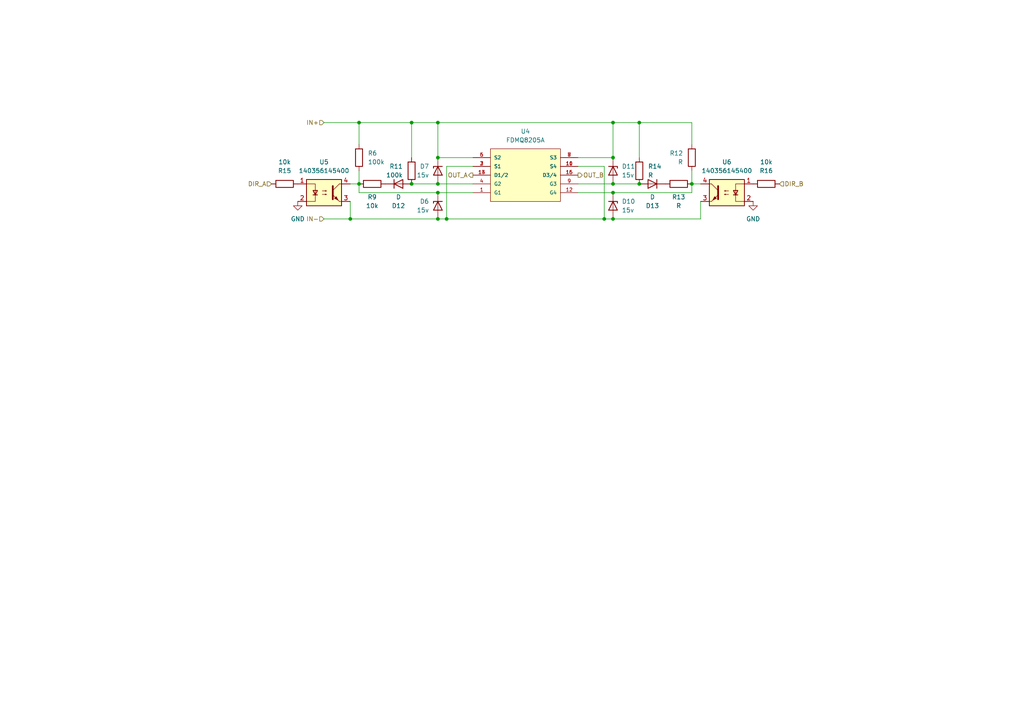
<source format=kicad_sch>
(kicad_sch
	(version 20250114)
	(generator "eeschema")
	(generator_version "9.0")
	(uuid "79cad0a5-6d32-4a0d-9c04-4af67664559f")
	(paper "A4")
	(title_block
		(title "Replacable LED COB Lamp")
		(date "2025-03-24")
		(rev "0")
		(company "WPI ECE2799 D25")
		(comment 1 "Raymond, Daniel")
		(comment 2 "Hogan, Rye")
		(comment 3 "Bryan, Tahje")
	)
	(lib_symbols
		(symbol "Device:D"
			(pin_numbers
				(hide yes)
			)
			(pin_names
				(offset 1.016)
				(hide yes)
			)
			(exclude_from_sim no)
			(in_bom yes)
			(on_board yes)
			(property "Reference" "D"
				(at 0 2.54 0)
				(effects
					(font
						(size 1.27 1.27)
					)
				)
			)
			(property "Value" "D"
				(at 0 -2.54 0)
				(effects
					(font
						(size 1.27 1.27)
					)
				)
			)
			(property "Footprint" ""
				(at 0 0 0)
				(effects
					(font
						(size 1.27 1.27)
					)
					(hide yes)
				)
			)
			(property "Datasheet" "~"
				(at 0 0 0)
				(effects
					(font
						(size 1.27 1.27)
					)
					(hide yes)
				)
			)
			(property "Description" "Diode"
				(at 0 0 0)
				(effects
					(font
						(size 1.27 1.27)
					)
					(hide yes)
				)
			)
			(property "Sim.Device" "D"
				(at 0 0 0)
				(effects
					(font
						(size 1.27 1.27)
					)
					(hide yes)
				)
			)
			(property "Sim.Pins" "1=K 2=A"
				(at 0 0 0)
				(effects
					(font
						(size 1.27 1.27)
					)
					(hide yes)
				)
			)
			(property "ki_keywords" "diode"
				(at 0 0 0)
				(effects
					(font
						(size 1.27 1.27)
					)
					(hide yes)
				)
			)
			(property "ki_fp_filters" "TO-???* *_Diode_* *SingleDiode* D_*"
				(at 0 0 0)
				(effects
					(font
						(size 1.27 1.27)
					)
					(hide yes)
				)
			)
			(symbol "D_0_1"
				(polyline
					(pts
						(xy -1.27 1.27) (xy -1.27 -1.27)
					)
					(stroke
						(width 0.254)
						(type default)
					)
					(fill
						(type none)
					)
				)
				(polyline
					(pts
						(xy 1.27 1.27) (xy 1.27 -1.27) (xy -1.27 0) (xy 1.27 1.27)
					)
					(stroke
						(width 0.254)
						(type default)
					)
					(fill
						(type none)
					)
				)
				(polyline
					(pts
						(xy 1.27 0) (xy -1.27 0)
					)
					(stroke
						(width 0)
						(type default)
					)
					(fill
						(type none)
					)
				)
			)
			(symbol "D_1_1"
				(pin passive line
					(at -3.81 0 0)
					(length 2.54)
					(name "K"
						(effects
							(font
								(size 1.27 1.27)
							)
						)
					)
					(number "1"
						(effects
							(font
								(size 1.27 1.27)
							)
						)
					)
				)
				(pin passive line
					(at 3.81 0 180)
					(length 2.54)
					(name "A"
						(effects
							(font
								(size 1.27 1.27)
							)
						)
					)
					(number "2"
						(effects
							(font
								(size 1.27 1.27)
							)
						)
					)
				)
			)
			(embedded_fonts no)
		)
		(symbol "Device:D_Zener"
			(pin_numbers
				(hide yes)
			)
			(pin_names
				(offset 1.016)
				(hide yes)
			)
			(exclude_from_sim no)
			(in_bom yes)
			(on_board yes)
			(property "Reference" "D"
				(at 0 2.54 0)
				(effects
					(font
						(size 1.27 1.27)
					)
				)
			)
			(property "Value" "D_Zener"
				(at 0 -2.54 0)
				(effects
					(font
						(size 1.27 1.27)
					)
				)
			)
			(property "Footprint" ""
				(at 0 0 0)
				(effects
					(font
						(size 1.27 1.27)
					)
					(hide yes)
				)
			)
			(property "Datasheet" "~"
				(at 0 0 0)
				(effects
					(font
						(size 1.27 1.27)
					)
					(hide yes)
				)
			)
			(property "Description" "Zener diode"
				(at 0 0 0)
				(effects
					(font
						(size 1.27 1.27)
					)
					(hide yes)
				)
			)
			(property "ki_keywords" "diode"
				(at 0 0 0)
				(effects
					(font
						(size 1.27 1.27)
					)
					(hide yes)
				)
			)
			(property "ki_fp_filters" "TO-???* *_Diode_* *SingleDiode* D_*"
				(at 0 0 0)
				(effects
					(font
						(size 1.27 1.27)
					)
					(hide yes)
				)
			)
			(symbol "D_Zener_0_1"
				(polyline
					(pts
						(xy -1.27 -1.27) (xy -1.27 1.27) (xy -0.762 1.27)
					)
					(stroke
						(width 0.254)
						(type default)
					)
					(fill
						(type none)
					)
				)
				(polyline
					(pts
						(xy 1.27 0) (xy -1.27 0)
					)
					(stroke
						(width 0)
						(type default)
					)
					(fill
						(type none)
					)
				)
				(polyline
					(pts
						(xy 1.27 -1.27) (xy 1.27 1.27) (xy -1.27 0) (xy 1.27 -1.27)
					)
					(stroke
						(width 0.254)
						(type default)
					)
					(fill
						(type none)
					)
				)
			)
			(symbol "D_Zener_1_1"
				(pin passive line
					(at -3.81 0 0)
					(length 2.54)
					(name "K"
						(effects
							(font
								(size 1.27 1.27)
							)
						)
					)
					(number "1"
						(effects
							(font
								(size 1.27 1.27)
							)
						)
					)
				)
				(pin passive line
					(at 3.81 0 180)
					(length 2.54)
					(name "A"
						(effects
							(font
								(size 1.27 1.27)
							)
						)
					)
					(number "2"
						(effects
							(font
								(size 1.27 1.27)
							)
						)
					)
				)
			)
			(embedded_fonts no)
		)
		(symbol "Device:R"
			(pin_numbers
				(hide yes)
			)
			(pin_names
				(offset 0)
			)
			(exclude_from_sim no)
			(in_bom yes)
			(on_board yes)
			(property "Reference" "R"
				(at 2.032 0 90)
				(effects
					(font
						(size 1.27 1.27)
					)
				)
			)
			(property "Value" "R"
				(at 0 0 90)
				(effects
					(font
						(size 1.27 1.27)
					)
				)
			)
			(property "Footprint" ""
				(at -1.778 0 90)
				(effects
					(font
						(size 1.27 1.27)
					)
					(hide yes)
				)
			)
			(property "Datasheet" "~"
				(at 0 0 0)
				(effects
					(font
						(size 1.27 1.27)
					)
					(hide yes)
				)
			)
			(property "Description" "Resistor"
				(at 0 0 0)
				(effects
					(font
						(size 1.27 1.27)
					)
					(hide yes)
				)
			)
			(property "ki_keywords" "R res resistor"
				(at 0 0 0)
				(effects
					(font
						(size 1.27 1.27)
					)
					(hide yes)
				)
			)
			(property "ki_fp_filters" "R_*"
				(at 0 0 0)
				(effects
					(font
						(size 1.27 1.27)
					)
					(hide yes)
				)
			)
			(symbol "R_0_1"
				(rectangle
					(start -1.016 -2.54)
					(end 1.016 2.54)
					(stroke
						(width 0.254)
						(type default)
					)
					(fill
						(type none)
					)
				)
			)
			(symbol "R_1_1"
				(pin passive line
					(at 0 3.81 270)
					(length 1.27)
					(name "~"
						(effects
							(font
								(size 1.27 1.27)
							)
						)
					)
					(number "1"
						(effects
							(font
								(size 1.27 1.27)
							)
						)
					)
				)
				(pin passive line
					(at 0 -3.81 90)
					(length 1.27)
					(name "~"
						(effects
							(font
								(size 1.27 1.27)
							)
						)
					)
					(number "2"
						(effects
							(font
								(size 1.27 1.27)
							)
						)
					)
				)
			)
			(embedded_fonts no)
		)
		(symbol "FDMQ8205A:FDMQ8205A"
			(pin_names
				(offset 1.016)
			)
			(exclude_from_sim no)
			(in_bom yes)
			(on_board yes)
			(property "Reference" "U"
				(at -10.16 8.382 0)
				(effects
					(font
						(size 1.27 1.27)
					)
					(justify left bottom)
				)
			)
			(property "Value" "FDMQ8205A"
				(at -10.16 -10.16 0)
				(effects
					(font
						(size 1.27 1.27)
					)
					(justify left bottom)
				)
			)
			(property "Footprint" "FDMQ8205A:IC_FDMQ8205A"
				(at 0 0 0)
				(effects
					(font
						(size 1.27 1.27)
					)
					(justify bottom)
					(hide yes)
				)
			)
			(property "Datasheet" ""
				(at 0 0 0)
				(effects
					(font
						(size 1.27 1.27)
					)
					(hide yes)
				)
			)
			(property "Description" ""
				(at 0 0 0)
				(effects
					(font
						(size 1.27 1.27)
					)
					(hide yes)
				)
			)
			(property "MF" "ON Semiconductor"
				(at 0 0 0)
				(effects
					(font
						(size 1.27 1.27)
					)
					(justify bottom)
					(hide yes)
				)
			)
			(property "MAXIMUM_PACKAGE_HEIGHT" "0.8mm"
				(at 0 0 0)
				(effects
					(font
						(size 1.27 1.27)
					)
					(justify bottom)
					(hide yes)
				)
			)
			(property "Package" "WDFN-12 Fairchild Semiconductor"
				(at 0 0 0)
				(effects
					(font
						(size 1.27 1.27)
					)
					(justify bottom)
					(hide yes)
				)
			)
			(property "Price" "None"
				(at 0 0 0)
				(effects
					(font
						(size 1.27 1.27)
					)
					(justify bottom)
					(hide yes)
				)
			)
			(property "Check_prices" "https://www.snapeda.com/parts/FDMQ8205A/Onsemi/view-part/?ref=eda"
				(at 0 0 0)
				(effects
					(font
						(size 1.27 1.27)
					)
					(justify bottom)
					(hide yes)
				)
			)
			(property "STANDARD" "Manufacturer Recommendations"
				(at 0 0 0)
				(effects
					(font
						(size 1.27 1.27)
					)
					(justify bottom)
					(hide yes)
				)
			)
			(property "PARTREV" "1.0"
				(at 0 0 0)
				(effects
					(font
						(size 1.27 1.27)
					)
					(justify bottom)
					(hide yes)
				)
			)
			(property "SnapEDA_Link" "https://www.snapeda.com/parts/FDMQ8205A/Onsemi/view-part/?ref=snap"
				(at 0 0 0)
				(effects
					(font
						(size 1.27 1.27)
					)
					(justify bottom)
					(hide yes)
				)
			)
			(property "MP" "FDMQ8205A"
				(at 0 0 0)
				(effects
					(font
						(size 1.27 1.27)
					)
					(justify bottom)
					(hide yes)
				)
			)
			(property "Description_1" "OR Controller Bridge Rectifier N and P-Channel Bridge (2) 12-MLP (5x4.5)"
				(at 0 0 0)
				(effects
					(font
						(size 1.27 1.27)
					)
					(justify bottom)
					(hide yes)
				)
			)
			(property "Availability" "In Stock"
				(at 0 0 0)
				(effects
					(font
						(size 1.27 1.27)
					)
					(justify bottom)
					(hide yes)
				)
			)
			(property "MANUFACTURER" "On Semiconductor"
				(at 0 0 0)
				(effects
					(font
						(size 1.27 1.27)
					)
					(justify bottom)
					(hide yes)
				)
			)
			(symbol "FDMQ8205A_0_0"
				(rectangle
					(start -10.16 -7.62)
					(end 10.16 7.62)
					(stroke
						(width 0.1524)
						(type default)
					)
					(fill
						(type background)
					)
				)
				(pin passive line
					(at -15.24 -2.54 0)
					(length 5.08)
					(name "G2"
						(effects
							(font
								(size 1.016 1.016)
							)
						)
					)
					(number "4"
						(effects
							(font
								(size 1.016 1.016)
							)
						)
					)
				)
				(pin passive line
					(at -15.24 -5.08 0)
					(length 5.08)
					(name "G1"
						(effects
							(font
								(size 1.016 1.016)
							)
						)
					)
					(number "1"
						(effects
							(font
								(size 1.016 1.016)
							)
						)
					)
				)
				(pin passive line
					(at 15.24 -2.54 180)
					(length 5.08)
					(name "G3"
						(effects
							(font
								(size 1.016 1.016)
							)
						)
					)
					(number "9"
						(effects
							(font
								(size 1.016 1.016)
							)
						)
					)
				)
				(pin passive line
					(at 15.24 -5.08 180)
					(length 5.08)
					(name "G4"
						(effects
							(font
								(size 1.016 1.016)
							)
						)
					)
					(number "12"
						(effects
							(font
								(size 1.016 1.016)
							)
						)
					)
				)
			)
			(symbol "FDMQ8205A_1_0"
				(pin output line
					(at -15.24 5.08 0)
					(length 5.08)
					(name "S2"
						(effects
							(font
								(size 1.016 1.016)
							)
						)
					)
					(number "5"
						(effects
							(font
								(size 1.016 1.016)
							)
						)
					)
				)
				(pin output line
					(at -15.24 5.08 0)
					(length 5.08)
					(name "S2"
						(effects
							(font
								(size 1.016 1.016)
							)
						)
					)
					(number "6"
						(effects
							(font
								(size 1.016 1.016)
							)
						)
					)
				)
				(pin output line
					(at -15.24 2.54 0)
					(length 5.08)
					(name "S1"
						(effects
							(font
								(size 1.016 1.016)
							)
						)
					)
					(number "2"
						(effects
							(font
								(size 1.016 1.016)
							)
						)
					)
				)
				(pin output line
					(at -15.24 2.54 0)
					(length 5.08)
					(name "S1"
						(effects
							(font
								(size 1.016 1.016)
							)
						)
					)
					(number "3"
						(effects
							(font
								(size 1.016 1.016)
							)
						)
					)
				)
				(pin input line
					(at -15.24 0 0)
					(length 5.08)
					(name "D1/2"
						(effects
							(font
								(size 1.016 1.016)
							)
						)
					)
					(number "13"
						(effects
							(font
								(size 1.016 1.016)
							)
						)
					)
				)
				(pin input line
					(at -15.24 0 0)
					(length 5.08)
					(name "D1/2"
						(effects
							(font
								(size 1.016 1.016)
							)
						)
					)
					(number "14"
						(effects
							(font
								(size 1.016 1.016)
							)
						)
					)
				)
				(pin output line
					(at 15.24 5.08 180)
					(length 5.08)
					(name "S3"
						(effects
							(font
								(size 1.016 1.016)
							)
						)
					)
					(number "7"
						(effects
							(font
								(size 1.016 1.016)
							)
						)
					)
				)
				(pin output line
					(at 15.24 5.08 180)
					(length 5.08)
					(name "S3"
						(effects
							(font
								(size 1.016 1.016)
							)
						)
					)
					(number "8"
						(effects
							(font
								(size 1.016 1.016)
							)
						)
					)
				)
				(pin output line
					(at 15.24 2.54 180)
					(length 5.08)
					(name "S4"
						(effects
							(font
								(size 1.016 1.016)
							)
						)
					)
					(number "10"
						(effects
							(font
								(size 1.016 1.016)
							)
						)
					)
				)
				(pin output line
					(at 15.24 2.54 180)
					(length 5.08)
					(name "S4"
						(effects
							(font
								(size 1.016 1.016)
							)
						)
					)
					(number "11"
						(effects
							(font
								(size 1.016 1.016)
							)
						)
					)
				)
				(pin input line
					(at 15.24 0 180)
					(length 5.08)
					(name "D3/4"
						(effects
							(font
								(size 1.016 1.016)
							)
						)
					)
					(number "15"
						(effects
							(font
								(size 1.016 1.016)
							)
						)
					)
				)
				(pin input line
					(at 15.24 0 180)
					(length 5.08)
					(name "D3/4"
						(effects
							(font
								(size 1.016 1.016)
							)
						)
					)
					(number "16"
						(effects
							(font
								(size 1.016 1.016)
							)
						)
					)
				)
			)
			(embedded_fonts no)
		)
		(symbol "Isolator:FODM217A"
			(exclude_from_sim no)
			(in_bom yes)
			(on_board yes)
			(property "Reference" "U"
				(at -5.08 5.08 0)
				(effects
					(font
						(size 1.27 1.27)
					)
					(justify left)
				)
			)
			(property "Value" "FODM217A"
				(at 0 5.08 0)
				(effects
					(font
						(size 1.27 1.27)
					)
					(justify left)
				)
			)
			(property "Footprint" "Package_SO:SOP-4_4.4x2.6mm_P1.27mm"
				(at 0 -5.08 0)
				(effects
					(font
						(size 1.27 1.27)
						(italic yes)
					)
					(hide yes)
				)
			)
			(property "Datasheet" "https://www.onsemi.com/pub/Collateral/FODM214-D.PDF"
				(at 0 0 0)
				(effects
					(font
						(size 1.27 1.27)
					)
					(justify left)
					(hide yes)
				)
			)
			(property "Description" "DC Optocoupler, Vce 80V, CTR 80-160%, SOP-4"
				(at 0 0 0)
				(effects
					(font
						(size 1.27 1.27)
					)
					(hide yes)
				)
			)
			(property "ki_keywords" "DC Phototransistor Optocoupler"
				(at 0 0 0)
				(effects
					(font
						(size 1.27 1.27)
					)
					(hide yes)
				)
			)
			(property "ki_fp_filters" "SOP*4.4x2.6mm*P1.27mm*"
				(at 0 0 0)
				(effects
					(font
						(size 1.27 1.27)
					)
					(hide yes)
				)
			)
			(symbol "FODM217A_0_1"
				(rectangle
					(start -5.08 3.81)
					(end 5.08 -3.81)
					(stroke
						(width 0.254)
						(type default)
					)
					(fill
						(type background)
					)
				)
				(polyline
					(pts
						(xy -5.08 2.54) (xy -2.54 2.54) (xy -2.54 -0.635)
					)
					(stroke
						(width 0)
						(type default)
					)
					(fill
						(type none)
					)
				)
				(polyline
					(pts
						(xy -3.175 -0.635) (xy -1.905 -0.635)
					)
					(stroke
						(width 0.254)
						(type default)
					)
					(fill
						(type none)
					)
				)
				(polyline
					(pts
						(xy -2.54 -0.635) (xy -2.54 -2.54) (xy -5.08 -2.54)
					)
					(stroke
						(width 0)
						(type default)
					)
					(fill
						(type none)
					)
				)
				(polyline
					(pts
						(xy -2.54 -0.635) (xy -3.175 0.635) (xy -1.905 0.635) (xy -2.54 -0.635)
					)
					(stroke
						(width 0.254)
						(type default)
					)
					(fill
						(type none)
					)
				)
				(polyline
					(pts
						(xy -0.508 0.508) (xy 0.762 0.508) (xy 0.381 0.381) (xy 0.381 0.635) (xy 0.762 0.508)
					)
					(stroke
						(width 0)
						(type default)
					)
					(fill
						(type none)
					)
				)
				(polyline
					(pts
						(xy -0.508 -0.508) (xy 0.762 -0.508) (xy 0.381 -0.635) (xy 0.381 -0.381) (xy 0.762 -0.508)
					)
					(stroke
						(width 0)
						(type default)
					)
					(fill
						(type none)
					)
				)
				(polyline
					(pts
						(xy 2.54 1.905) (xy 2.54 -1.905) (xy 2.54 -1.905)
					)
					(stroke
						(width 0.508)
						(type default)
					)
					(fill
						(type none)
					)
				)
				(polyline
					(pts
						(xy 2.54 0.635) (xy 4.445 2.54)
					)
					(stroke
						(width 0)
						(type default)
					)
					(fill
						(type none)
					)
				)
				(polyline
					(pts
						(xy 3.048 -1.651) (xy 3.556 -1.143) (xy 4.064 -2.159) (xy 3.048 -1.651) (xy 3.048 -1.651)
					)
					(stroke
						(width 0)
						(type default)
					)
					(fill
						(type outline)
					)
				)
				(polyline
					(pts
						(xy 4.445 2.54) (xy 5.08 2.54)
					)
					(stroke
						(width 0)
						(type default)
					)
					(fill
						(type none)
					)
				)
				(polyline
					(pts
						(xy 4.445 -2.54) (xy 2.54 -0.635)
					)
					(stroke
						(width 0)
						(type default)
					)
					(fill
						(type outline)
					)
				)
				(polyline
					(pts
						(xy 4.445 -2.54) (xy 5.08 -2.54)
					)
					(stroke
						(width 0)
						(type default)
					)
					(fill
						(type none)
					)
				)
			)
			(symbol "FODM217A_1_1"
				(pin passive line
					(at -7.62 2.54 0)
					(length 2.54)
					(name "~"
						(effects
							(font
								(size 1.27 1.27)
							)
						)
					)
					(number "1"
						(effects
							(font
								(size 1.27 1.27)
							)
						)
					)
				)
				(pin passive line
					(at -7.62 -2.54 0)
					(length 2.54)
					(name "~"
						(effects
							(font
								(size 1.27 1.27)
							)
						)
					)
					(number "2"
						(effects
							(font
								(size 1.27 1.27)
							)
						)
					)
				)
				(pin passive line
					(at 7.62 2.54 180)
					(length 2.54)
					(name "~"
						(effects
							(font
								(size 1.27 1.27)
							)
						)
					)
					(number "4"
						(effects
							(font
								(size 1.27 1.27)
							)
						)
					)
				)
				(pin passive line
					(at 7.62 -2.54 180)
					(length 2.54)
					(name "~"
						(effects
							(font
								(size 1.27 1.27)
							)
						)
					)
					(number "3"
						(effects
							(font
								(size 1.27 1.27)
							)
						)
					)
				)
			)
			(embedded_fonts no)
		)
		(symbol "power:GND"
			(power)
			(pin_numbers
				(hide yes)
			)
			(pin_names
				(offset 0)
				(hide yes)
			)
			(exclude_from_sim no)
			(in_bom yes)
			(on_board yes)
			(property "Reference" "#PWR"
				(at 0 -6.35 0)
				(effects
					(font
						(size 1.27 1.27)
					)
					(hide yes)
				)
			)
			(property "Value" "GND"
				(at 0 -3.81 0)
				(effects
					(font
						(size 1.27 1.27)
					)
				)
			)
			(property "Footprint" ""
				(at 0 0 0)
				(effects
					(font
						(size 1.27 1.27)
					)
					(hide yes)
				)
			)
			(property "Datasheet" ""
				(at 0 0 0)
				(effects
					(font
						(size 1.27 1.27)
					)
					(hide yes)
				)
			)
			(property "Description" "Power symbol creates a global label with name \"GND\" , ground"
				(at 0 0 0)
				(effects
					(font
						(size 1.27 1.27)
					)
					(hide yes)
				)
			)
			(property "ki_keywords" "global power"
				(at 0 0 0)
				(effects
					(font
						(size 1.27 1.27)
					)
					(hide yes)
				)
			)
			(symbol "GND_0_1"
				(polyline
					(pts
						(xy 0 0) (xy 0 -1.27) (xy 1.27 -1.27) (xy 0 -2.54) (xy -1.27 -1.27) (xy 0 -1.27)
					)
					(stroke
						(width 0)
						(type default)
					)
					(fill
						(type none)
					)
				)
			)
			(symbol "GND_1_1"
				(pin power_in line
					(at 0 0 270)
					(length 0)
					(name "~"
						(effects
							(font
								(size 1.27 1.27)
							)
						)
					)
					(number "1"
						(effects
							(font
								(size 1.27 1.27)
							)
						)
					)
				)
			)
			(embedded_fonts no)
		)
	)
	(junction
		(at 177.8 45.72)
		(diameter 0)
		(color 0 0 0 0)
		(uuid "156d0d25-a12e-4ea2-9701-b719399ce852")
	)
	(junction
		(at 177.8 55.88)
		(diameter 0)
		(color 0 0 0 0)
		(uuid "1bb67a0e-b749-4d82-bfef-7c78b08c3cf7")
	)
	(junction
		(at 185.42 35.56)
		(diameter 0)
		(color 0 0 0 0)
		(uuid "2541660a-2e70-45d0-9470-6f859ff56a04")
	)
	(junction
		(at 127 45.72)
		(diameter 0)
		(color 0 0 0 0)
		(uuid "365da6e4-ac56-4624-ba92-e005bc46af07")
	)
	(junction
		(at 185.42 53.34)
		(diameter 0)
		(color 0 0 0 0)
		(uuid "451af15a-f4a9-4eba-a37c-4d1d306dc073")
	)
	(junction
		(at 101.6 63.5)
		(diameter 0)
		(color 0 0 0 0)
		(uuid "522f5d43-d21d-4794-a963-8012691bf48f")
	)
	(junction
		(at 129.54 63.5)
		(diameter 0)
		(color 0 0 0 0)
		(uuid "5e235ca5-abf1-4e32-8c4f-c84e9528fde2")
	)
	(junction
		(at 127 55.88)
		(diameter 0)
		(color 0 0 0 0)
		(uuid "77264848-7ae2-42f8-ad83-8d451e00a831")
	)
	(junction
		(at 127 63.5)
		(diameter 0)
		(color 0 0 0 0)
		(uuid "89f697f9-cab6-4112-a891-219a89330c74")
	)
	(junction
		(at 177.8 35.56)
		(diameter 0)
		(color 0 0 0 0)
		(uuid "92687f4d-b63b-4846-ba0e-bfa8c23672fd")
	)
	(junction
		(at 177.8 63.5)
		(diameter 0)
		(color 0 0 0 0)
		(uuid "aa1f4d9b-4043-40d1-9ce5-1cb71c2445ed")
	)
	(junction
		(at 127 35.56)
		(diameter 0)
		(color 0 0 0 0)
		(uuid "af218982-2f61-4ed5-82f5-064da0f9b09d")
	)
	(junction
		(at 119.38 35.56)
		(diameter 0)
		(color 0 0 0 0)
		(uuid "b24d7f09-5d59-45e5-8169-4e568d80ea01")
	)
	(junction
		(at 175.26 63.5)
		(diameter 0)
		(color 0 0 0 0)
		(uuid "b673b532-6be5-4a47-bcde-92fa582a4dc1")
	)
	(junction
		(at 177.8 53.34)
		(diameter 0)
		(color 0 0 0 0)
		(uuid "c20d3a7b-6eac-456b-843f-ea19c5f618b8")
	)
	(junction
		(at 119.38 53.34)
		(diameter 0)
		(color 0 0 0 0)
		(uuid "d6f46444-9cf2-4156-bf6d-5188d8445029")
	)
	(junction
		(at 200.66 53.34)
		(diameter 0)
		(color 0 0 0 0)
		(uuid "dfc496b2-7dec-4589-a8ec-16c1f02ee904")
	)
	(junction
		(at 127 53.34)
		(diameter 0)
		(color 0 0 0 0)
		(uuid "e6ea4b6b-075e-4f6a-add6-486335864ce7")
	)
	(junction
		(at 104.14 35.56)
		(diameter 0)
		(color 0 0 0 0)
		(uuid "e7aa4e8a-f055-4a19-bb42-5b7e7f99d3f9")
	)
	(junction
		(at 104.14 53.34)
		(diameter 0)
		(color 0 0 0 0)
		(uuid "eaa063d1-96c6-46da-83e1-8186a771f3d3")
	)
	(wire
		(pts
			(xy 185.42 53.34) (xy 177.8 53.34)
		)
		(stroke
			(width 0)
			(type default)
		)
		(uuid "00aec35a-e7ab-4856-b878-2b9954a2d594")
	)
	(wire
		(pts
			(xy 119.38 35.56) (xy 119.38 45.72)
		)
		(stroke
			(width 0)
			(type default)
		)
		(uuid "03b18eff-edf3-4e5c-9ab1-8769712f2a76")
	)
	(wire
		(pts
			(xy 127 53.34) (xy 137.16 53.34)
		)
		(stroke
			(width 0)
			(type default)
		)
		(uuid "04cc10bd-6120-4ea4-904b-2315174f1540")
	)
	(wire
		(pts
			(xy 200.66 49.53) (xy 200.66 53.34)
		)
		(stroke
			(width 0)
			(type default)
		)
		(uuid "0641cf49-2e39-4f31-9392-0bc3bee35f22")
	)
	(wire
		(pts
			(xy 104.14 35.56) (xy 119.38 35.56)
		)
		(stroke
			(width 0)
			(type default)
		)
		(uuid "1423a488-19e1-4a59-b79d-e7d254694c45")
	)
	(wire
		(pts
			(xy 127 45.72) (xy 137.16 45.72)
		)
		(stroke
			(width 0)
			(type default)
		)
		(uuid "1938370a-5640-489a-aa56-677a709660a6")
	)
	(wire
		(pts
			(xy 167.64 55.88) (xy 177.8 55.88)
		)
		(stroke
			(width 0)
			(type default)
		)
		(uuid "25cbdbdf-ddee-4c67-af06-2b38bb1c8a59")
	)
	(wire
		(pts
			(xy 101.6 53.34) (xy 104.14 53.34)
		)
		(stroke
			(width 0)
			(type default)
		)
		(uuid "29060222-b4dc-427b-8393-bc4c4620896f")
	)
	(wire
		(pts
			(xy 129.54 63.5) (xy 127 63.5)
		)
		(stroke
			(width 0)
			(type default)
		)
		(uuid "2ec3edc7-e7f2-477f-863a-d5ea8490f4a1")
	)
	(wire
		(pts
			(xy 177.8 55.88) (xy 200.66 55.88)
		)
		(stroke
			(width 0)
			(type default)
		)
		(uuid "34082524-a43e-4b15-adae-d8155d4596d3")
	)
	(wire
		(pts
			(xy 177.8 35.56) (xy 177.8 45.72)
		)
		(stroke
			(width 0)
			(type default)
		)
		(uuid "3413421c-dfc3-4618-83c5-846275437139")
	)
	(wire
		(pts
			(xy 129.54 63.5) (xy 175.26 63.5)
		)
		(stroke
			(width 0)
			(type default)
		)
		(uuid "3a8f4c32-51ea-48e6-bb4c-1a562abc1252")
	)
	(wire
		(pts
			(xy 93.98 63.5) (xy 101.6 63.5)
		)
		(stroke
			(width 0)
			(type default)
		)
		(uuid "4ea4aaf1-a5b5-4787-8f25-ebdd27961dc4")
	)
	(wire
		(pts
			(xy 167.64 45.72) (xy 177.8 45.72)
		)
		(stroke
			(width 0)
			(type default)
		)
		(uuid "4ec0297d-8de6-4549-be77-c1e75cabaa88")
	)
	(wire
		(pts
			(xy 177.8 63.5) (xy 203.2 63.5)
		)
		(stroke
			(width 0)
			(type default)
		)
		(uuid "4f0fd2bf-3bb0-4735-a2ab-7943548bbc3d")
	)
	(wire
		(pts
			(xy 101.6 63.5) (xy 127 63.5)
		)
		(stroke
			(width 0)
			(type default)
		)
		(uuid "59dd42c1-7638-410c-b82c-c0620c6fb762")
	)
	(wire
		(pts
			(xy 101.6 58.42) (xy 101.6 63.5)
		)
		(stroke
			(width 0)
			(type default)
		)
		(uuid "5e181d05-1025-4c53-b8d3-e521e082ecea")
	)
	(wire
		(pts
			(xy 93.98 35.56) (xy 104.14 35.56)
		)
		(stroke
			(width 0)
			(type default)
		)
		(uuid "660d9b9c-adfd-474e-b2d0-59317f285553")
	)
	(wire
		(pts
			(xy 200.66 35.56) (xy 185.42 35.56)
		)
		(stroke
			(width 0)
			(type default)
		)
		(uuid "6f0a83e8-2ea6-49dd-aaca-6d62c7dc0f25")
	)
	(wire
		(pts
			(xy 119.38 35.56) (xy 127 35.56)
		)
		(stroke
			(width 0)
			(type default)
		)
		(uuid "78dbdc7b-ae3a-40a7-9dc3-690c6f1620b6")
	)
	(wire
		(pts
			(xy 127 35.56) (xy 127 45.72)
		)
		(stroke
			(width 0)
			(type default)
		)
		(uuid "7fd399c6-aac5-432c-8079-5d98e72fa220")
	)
	(wire
		(pts
			(xy 127 55.88) (xy 137.16 55.88)
		)
		(stroke
			(width 0)
			(type default)
		)
		(uuid "82a83283-1aa9-436a-a4d2-0fd1a117138c")
	)
	(wire
		(pts
			(xy 175.26 48.26) (xy 175.26 63.5)
		)
		(stroke
			(width 0)
			(type default)
		)
		(uuid "9315cdc3-d44d-4903-9ced-68a08bd52d36")
	)
	(wire
		(pts
			(xy 119.38 53.34) (xy 127 53.34)
		)
		(stroke
			(width 0)
			(type default)
		)
		(uuid "948b789f-54c2-4560-a497-68df5d4bff47")
	)
	(wire
		(pts
			(xy 104.14 49.53) (xy 104.14 53.34)
		)
		(stroke
			(width 0)
			(type default)
		)
		(uuid "99a2eab5-513a-4d9f-9a06-1d2b6885a54d")
	)
	(wire
		(pts
			(xy 203.2 63.5) (xy 203.2 58.42)
		)
		(stroke
			(width 0)
			(type default)
		)
		(uuid "a2d7d6d7-98a7-4353-901e-554e9a7f6af3")
	)
	(wire
		(pts
			(xy 104.14 35.56) (xy 104.14 41.91)
		)
		(stroke
			(width 0)
			(type default)
		)
		(uuid "ac7c1dff-ee44-4fc2-9d1a-6621b80d6790")
	)
	(wire
		(pts
			(xy 167.64 48.26) (xy 175.26 48.26)
		)
		(stroke
			(width 0)
			(type default)
		)
		(uuid "b26a96c8-9d72-4d23-8af6-0a353c11b43a")
	)
	(wire
		(pts
			(xy 127 35.56) (xy 177.8 35.56)
		)
		(stroke
			(width 0)
			(type default)
		)
		(uuid "c4427868-5c5c-45f4-b317-3cef60598c9f")
	)
	(wire
		(pts
			(xy 185.42 35.56) (xy 185.42 45.72)
		)
		(stroke
			(width 0)
			(type default)
		)
		(uuid "d0b3961e-ed2d-4fce-ab85-9ad74782b591")
	)
	(wire
		(pts
			(xy 167.64 53.34) (xy 177.8 53.34)
		)
		(stroke
			(width 0)
			(type default)
		)
		(uuid "d20dbcaf-6a8b-4c84-a2d4-f5960078b18d")
	)
	(wire
		(pts
			(xy 137.16 48.26) (xy 129.54 48.26)
		)
		(stroke
			(width 0)
			(type default)
		)
		(uuid "d86dd4eb-b901-45d0-a630-46f2ad9ccb57")
	)
	(wire
		(pts
			(xy 104.14 55.88) (xy 127 55.88)
		)
		(stroke
			(width 0)
			(type default)
		)
		(uuid "d9a5a8c0-c40a-48ee-a1a7-66505dfd47df")
	)
	(wire
		(pts
			(xy 200.66 35.56) (xy 200.66 41.91)
		)
		(stroke
			(width 0)
			(type default)
		)
		(uuid "db46735b-876e-4068-b9d4-b346e5b66c60")
	)
	(wire
		(pts
			(xy 185.42 35.56) (xy 177.8 35.56)
		)
		(stroke
			(width 0)
			(type default)
		)
		(uuid "e0b19915-ff5b-4397-b881-da4a488438c9")
	)
	(wire
		(pts
			(xy 129.54 48.26) (xy 129.54 63.5)
		)
		(stroke
			(width 0)
			(type default)
		)
		(uuid "e891af31-0252-4725-bfef-c6762c4be8b3")
	)
	(wire
		(pts
			(xy 203.2 53.34) (xy 200.66 53.34)
		)
		(stroke
			(width 0)
			(type default)
		)
		(uuid "eb382032-8b84-4e30-af25-3f3b79be2e2d")
	)
	(wire
		(pts
			(xy 175.26 63.5) (xy 177.8 63.5)
		)
		(stroke
			(width 0)
			(type default)
		)
		(uuid "f075820c-1bf2-4057-a76e-0021b6490c3a")
	)
	(wire
		(pts
			(xy 200.66 53.34) (xy 200.66 55.88)
		)
		(stroke
			(width 0)
			(type default)
		)
		(uuid "f4838a00-8eb7-47ba-a74b-5e72c89d9dc9")
	)
	(wire
		(pts
			(xy 104.14 53.34) (xy 104.14 55.88)
		)
		(stroke
			(width 0)
			(type default)
		)
		(uuid "fc74f8a6-45ae-4104-a91c-8a0708d208d2")
	)
	(hierarchical_label "IN+"
		(shape input)
		(at 93.98 35.56 180)
		(effects
			(font
				(size 1.27 1.27)
			)
			(justify right)
		)
		(uuid "10f94b86-2dc8-4fdf-9bfa-4beabb6489e8")
	)
	(hierarchical_label "DIR_B"
		(shape input)
		(at 226.06 53.34 0)
		(effects
			(font
				(size 1.27 1.27)
			)
			(justify left)
		)
		(uuid "38caf572-c96f-400e-87b9-15190b2056c1")
	)
	(hierarchical_label "IN-"
		(shape input)
		(at 93.98 63.5 180)
		(effects
			(font
				(size 1.27 1.27)
			)
			(justify right)
		)
		(uuid "62b9241f-ad11-45ae-8465-4ffbee492d58")
	)
	(hierarchical_label "OUT_A"
		(shape output)
		(at 137.16 50.8 180)
		(effects
			(font
				(size 1.27 1.27)
			)
			(justify right)
		)
		(uuid "b3d4f6d1-ae01-4d06-ae10-9e879e18d672")
	)
	(hierarchical_label "OUT_B"
		(shape output)
		(at 167.64 50.8 0)
		(effects
			(font
				(size 1.27 1.27)
			)
			(justify left)
		)
		(uuid "c9a21a14-6626-4c81-a6cb-9ff55f5ffee6")
	)
	(hierarchical_label "DIR_A"
		(shape input)
		(at 78.74 53.34 180)
		(effects
			(font
				(size 1.27 1.27)
			)
			(justify right)
		)
		(uuid "e1080644-abe0-4da4-b840-f02bf6331959")
	)
	(symbol
		(lib_id "Device:D")
		(at 189.23 53.34 180)
		(unit 1)
		(exclude_from_sim no)
		(in_bom yes)
		(on_board yes)
		(dnp no)
		(uuid "06a2c880-5593-4daf-a77d-d12931a6626e")
		(property "Reference" "D13"
			(at 189.23 59.69 0)
			(effects
				(font
					(size 1.27 1.27)
				)
			)
		)
		(property "Value" "D"
			(at 189.23 57.15 0)
			(effects
				(font
					(size 1.27 1.27)
				)
			)
		)
		(property "Footprint" "Diode_SMD:D_0603_1608Metric"
			(at 189.23 53.34 0)
			(effects
				(font
					(size 1.27 1.27)
				)
				(hide yes)
			)
		)
		(property "Datasheet" "~"
			(at 189.23 53.34 0)
			(effects
				(font
					(size 1.27 1.27)
				)
				(hide yes)
			)
		)
		(property "Description" "Diode"
			(at 189.23 53.34 0)
			(effects
				(font
					(size 1.27 1.27)
				)
				(hide yes)
			)
		)
		(property "Sim.Device" "D"
			(at 189.23 53.34 0)
			(effects
				(font
					(size 1.27 1.27)
				)
				(hide yes)
			)
		)
		(property "Sim.Pins" "1=K 2=A"
			(at 189.23 53.34 0)
			(effects
				(font
					(size 1.27 1.27)
				)
				(hide yes)
			)
		)
		(property "Part Number" ""
			(at 189.23 53.34 0)
			(effects
				(font
					(size 1.27 1.27)
				)
			)
		)
		(pin "2"
			(uuid "382bcf5e-e36f-4278-b8ad-d6cfe63e9345")
		)
		(pin "1"
			(uuid "6f4f3567-563a-488d-88a2-d75c049c557f")
		)
		(instances
			(project "ECE2799_LED-Lamp"
				(path "/c27c9155-8dca-4b9f-ac37-1fd4cce6afa0/688fd4a0-1694-4bb5-84fd-8851441ce74e"
					(reference "D13")
					(unit 1)
				)
			)
		)
	)
	(symbol
		(lib_id "Device:R")
		(at 82.55 53.34 90)
		(mirror x)
		(unit 1)
		(exclude_from_sim no)
		(in_bom yes)
		(on_board yes)
		(dnp no)
		(uuid "1727159a-37b7-499e-9d31-798a5f8e51b5")
		(property "Reference" "R15"
			(at 82.55 49.53 90)
			(effects
				(font
					(size 1.27 1.27)
				)
			)
		)
		(property "Value" "10k"
			(at 82.55 46.99 90)
			(effects
				(font
					(size 1.27 1.27)
				)
			)
		)
		(property "Footprint" "Resistor_SMD:R_0603_1608Metric"
			(at 82.55 51.562 90)
			(effects
				(font
					(size 1.27 1.27)
				)
				(hide yes)
			)
		)
		(property "Datasheet" "~"
			(at 82.55 53.34 0)
			(effects
				(font
					(size 1.27 1.27)
				)
				(hide yes)
			)
		)
		(property "Description" "Resistor"
			(at 82.55 53.34 0)
			(effects
				(font
					(size 1.27 1.27)
				)
				(hide yes)
			)
		)
		(property "Part Number" ""
			(at 82.55 53.34 0)
			(effects
				(font
					(size 1.27 1.27)
				)
			)
		)
		(pin "1"
			(uuid "563325bb-bbd2-46d0-bd75-5bbfbed0bb0f")
		)
		(pin "2"
			(uuid "10985531-6b1e-4604-9b24-9ea2557b2ffd")
		)
		(instances
			(project "ECE2799_LED-Lamp"
				(path "/c27c9155-8dca-4b9f-ac37-1fd4cce6afa0/688fd4a0-1694-4bb5-84fd-8851441ce74e"
					(reference "R15")
					(unit 1)
				)
			)
		)
	)
	(symbol
		(lib_id "Device:R")
		(at 196.85 53.34 270)
		(mirror x)
		(unit 1)
		(exclude_from_sim no)
		(in_bom yes)
		(on_board yes)
		(dnp no)
		(fields_autoplaced yes)
		(uuid "19bf1919-be44-48a7-97ed-860f9f0a41d6")
		(property "Reference" "R13"
			(at 196.85 57.15 90)
			(effects
				(font
					(size 1.27 1.27)
				)
			)
		)
		(property "Value" "R"
			(at 196.85 59.69 90)
			(effects
				(font
					(size 1.27 1.27)
				)
			)
		)
		(property "Footprint" "Resistor_SMD:R_0603_1608Metric"
			(at 196.85 55.118 90)
			(effects
				(font
					(size 1.27 1.27)
				)
				(hide yes)
			)
		)
		(property "Datasheet" "~"
			(at 196.85 53.34 0)
			(effects
				(font
					(size 1.27 1.27)
				)
				(hide yes)
			)
		)
		(property "Description" "Resistor"
			(at 196.85 53.34 0)
			(effects
				(font
					(size 1.27 1.27)
				)
				(hide yes)
			)
		)
		(property "Part Number" ""
			(at 196.85 53.34 0)
			(effects
				(font
					(size 1.27 1.27)
				)
			)
		)
		(pin "1"
			(uuid "814d140b-d6b2-461c-9884-4327486e5bda")
		)
		(pin "2"
			(uuid "b0c15cef-d196-4c33-a78b-185d4dfe675d")
		)
		(instances
			(project "ECE2799_LED-Lamp"
				(path "/c27c9155-8dca-4b9f-ac37-1fd4cce6afa0/688fd4a0-1694-4bb5-84fd-8851441ce74e"
					(reference "R13")
					(unit 1)
				)
			)
		)
	)
	(symbol
		(lib_id "Device:D_Zener")
		(at 177.8 59.69 270)
		(unit 1)
		(exclude_from_sim no)
		(in_bom yes)
		(on_board yes)
		(dnp no)
		(uuid "32525396-b49b-47e9-8e64-986566cc159c")
		(property "Reference" "D10"
			(at 180.34 58.4199 90)
			(effects
				(font
					(size 1.27 1.27)
				)
				(justify left)
			)
		)
		(property "Value" "15v"
			(at 180.34 60.9599 90)
			(effects
				(font
					(size 1.27 1.27)
				)
				(justify left)
			)
		)
		(property "Footprint" "Diode_SMD:D_0603_1608Metric"
			(at 177.8 59.69 0)
			(effects
				(font
					(size 1.27 1.27)
				)
				(hide yes)
			)
		)
		(property "Datasheet" "~"
			(at 177.8 59.69 0)
			(effects
				(font
					(size 1.27 1.27)
				)
				(hide yes)
			)
		)
		(property "Description" "Zener diode"
			(at 177.8 59.69 0)
			(effects
				(font
					(size 1.27 1.27)
				)
				(hide yes)
			)
		)
		(property "Part Number" ""
			(at 177.8 59.69 0)
			(effects
				(font
					(size 1.27 1.27)
				)
			)
		)
		(pin "2"
			(uuid "bc8e6729-6b3d-4fce-8cf5-685bec7f8cd5")
		)
		(pin "1"
			(uuid "243ef714-0454-4d24-ad59-c3622151b933")
		)
		(instances
			(project "ECE2799_LED-Lamp"
				(path "/c27c9155-8dca-4b9f-ac37-1fd4cce6afa0/688fd4a0-1694-4bb5-84fd-8851441ce74e"
					(reference "D10")
					(unit 1)
				)
			)
		)
	)
	(symbol
		(lib_id "Device:R")
		(at 200.66 45.72 0)
		(mirror y)
		(unit 1)
		(exclude_from_sim no)
		(in_bom yes)
		(on_board yes)
		(dnp no)
		(fields_autoplaced yes)
		(uuid "3dd43a2d-0803-44a8-9c55-7e386fd59fc0")
		(property "Reference" "R12"
			(at 198.12 44.4499 0)
			(effects
				(font
					(size 1.27 1.27)
				)
				(justify left)
			)
		)
		(property "Value" "R"
			(at 198.12 46.9899 0)
			(effects
				(font
					(size 1.27 1.27)
				)
				(justify left)
			)
		)
		(property "Footprint" "Resistor_SMD:R_0603_1608Metric"
			(at 202.438 45.72 90)
			(effects
				(font
					(size 1.27 1.27)
				)
				(hide yes)
			)
		)
		(property "Datasheet" "~"
			(at 200.66 45.72 0)
			(effects
				(font
					(size 1.27 1.27)
				)
				(hide yes)
			)
		)
		(property "Description" "Resistor"
			(at 200.66 45.72 0)
			(effects
				(font
					(size 1.27 1.27)
				)
				(hide yes)
			)
		)
		(property "Part Number" ""
			(at 200.66 45.72 0)
			(effects
				(font
					(size 1.27 1.27)
				)
			)
		)
		(pin "1"
			(uuid "d0732ec6-a310-4b5d-9675-a4b743432010")
		)
		(pin "2"
			(uuid "8d9c79af-0003-454d-8155-2ad2ac634163")
		)
		(instances
			(project "ECE2799_LED-Lamp"
				(path "/c27c9155-8dca-4b9f-ac37-1fd4cce6afa0/688fd4a0-1694-4bb5-84fd-8851441ce74e"
					(reference "R12")
					(unit 1)
				)
			)
		)
	)
	(symbol
		(lib_id "power:GND")
		(at 86.36 58.42 0)
		(unit 1)
		(exclude_from_sim no)
		(in_bom yes)
		(on_board yes)
		(dnp no)
		(fields_autoplaced yes)
		(uuid "416b6dae-808e-4f5e-a0a0-0a6e7e91524f")
		(property "Reference" "#PWR018"
			(at 86.36 64.77 0)
			(effects
				(font
					(size 1.27 1.27)
				)
				(hide yes)
			)
		)
		(property "Value" "GND"
			(at 86.36 63.5 0)
			(effects
				(font
					(size 1.27 1.27)
				)
			)
		)
		(property "Footprint" ""
			(at 86.36 58.42 0)
			(effects
				(font
					(size 1.27 1.27)
				)
				(hide yes)
			)
		)
		(property "Datasheet" ""
			(at 86.36 58.42 0)
			(effects
				(font
					(size 1.27 1.27)
				)
				(hide yes)
			)
		)
		(property "Description" "Power symbol creates a global label with name \"GND\" , ground"
			(at 86.36 58.42 0)
			(effects
				(font
					(size 1.27 1.27)
				)
				(hide yes)
			)
		)
		(pin "1"
			(uuid "d9878268-3f3c-41d1-a8b9-732b17268687")
		)
		(instances
			(project "ECE2799_LED-Lamp"
				(path "/c27c9155-8dca-4b9f-ac37-1fd4cce6afa0/688fd4a0-1694-4bb5-84fd-8851441ce74e"
					(reference "#PWR018")
					(unit 1)
				)
			)
		)
	)
	(symbol
		(lib_id "FDMQ8205A:FDMQ8205A")
		(at 152.4 50.8 0)
		(unit 1)
		(exclude_from_sim no)
		(in_bom yes)
		(on_board yes)
		(dnp no)
		(fields_autoplaced yes)
		(uuid "44095dc9-9357-46ba-b291-29c415796b8e")
		(property "Reference" "U4"
			(at 152.4 38.1 0)
			(effects
				(font
					(size 1.27 1.27)
				)
			)
		)
		(property "Value" "FDMQ8205A"
			(at 152.4 40.64 0)
			(effects
				(font
					(size 1.27 1.27)
				)
			)
		)
		(property "Footprint" "FDMQ8205A:IC_FDMQ8205A"
			(at 152.4 50.8 0)
			(effects
				(font
					(size 1.27 1.27)
				)
				(justify bottom)
				(hide yes)
			)
		)
		(property "Datasheet" ""
			(at 152.4 50.8 0)
			(effects
				(font
					(size 1.27 1.27)
				)
				(hide yes)
			)
		)
		(property "Description" ""
			(at 152.4 50.8 0)
			(effects
				(font
					(size 1.27 1.27)
				)
				(hide yes)
			)
		)
		(property "MF" "ON Semiconductor"
			(at 152.4 50.8 0)
			(effects
				(font
					(size 1.27 1.27)
				)
				(justify bottom)
				(hide yes)
			)
		)
		(property "MAXIMUM_PACKAGE_HEIGHT" "0.8mm"
			(at 152.4 50.8 0)
			(effects
				(font
					(size 1.27 1.27)
				)
				(justify bottom)
				(hide yes)
			)
		)
		(property "Package" "WDFN-12 Fairchild Semiconductor"
			(at 152.4 50.8 0)
			(effects
				(font
					(size 1.27 1.27)
				)
				(justify bottom)
				(hide yes)
			)
		)
		(property "Price" "None"
			(at 152.4 50.8 0)
			(effects
				(font
					(size 1.27 1.27)
				)
				(justify bottom)
				(hide yes)
			)
		)
		(property "Check_prices" "https://www.snapeda.com/parts/FDMQ8205A/Onsemi/view-part/?ref=eda"
			(at 152.4 50.8 0)
			(effects
				(font
					(size 1.27 1.27)
				)
				(justify bottom)
				(hide yes)
			)
		)
		(property "STANDARD" "Manufacturer Recommendations"
			(at 152.4 50.8 0)
			(effects
				(font
					(size 1.27 1.27)
				)
				(justify bottom)
				(hide yes)
			)
		)
		(property "PARTREV" "1.0"
			(at 152.4 50.8 0)
			(effects
				(font
					(size 1.27 1.27)
				)
				(justify bottom)
				(hide yes)
			)
		)
		(property "SnapEDA_Link" "https://www.snapeda.com/parts/FDMQ8205A/Onsemi/view-part/?ref=snap"
			(at 152.4 50.8 0)
			(effects
				(font
					(size 1.27 1.27)
				)
				(justify bottom)
				(hide yes)
			)
		)
		(property "MP" "FDMQ8205A"
			(at 152.4 50.8 0)
			(effects
				(font
					(size 1.27 1.27)
				)
				(justify bottom)
				(hide yes)
			)
		)
		(property "Description_1" "OR Controller Bridge Rectifier N and P-Channel Bridge (2) 12-MLP (5x4.5)"
			(at 152.4 50.8 0)
			(effects
				(font
					(size 1.27 1.27)
				)
				(justify bottom)
				(hide yes)
			)
		)
		(property "Availability" "In Stock"
			(at 152.4 50.8 0)
			(effects
				(font
					(size 1.27 1.27)
				)
				(justify bottom)
				(hide yes)
			)
		)
		(property "MANUFACTURER" "On Semiconductor"
			(at 152.4 50.8 0)
			(effects
				(font
					(size 1.27 1.27)
				)
				(justify bottom)
				(hide yes)
			)
		)
		(property "Part Number" ""
			(at 152.4 50.8 0)
			(effects
				(font
					(size 1.27 1.27)
				)
			)
		)
		(pin "16"
			(uuid "665d4cc6-b333-475d-9cc1-1585831b29d8")
		)
		(pin "15"
			(uuid "d7f1de54-cbe1-4f59-8519-b2385ac313f8")
		)
		(pin "9"
			(uuid "ba30f7f7-0cc1-45e5-b9a2-797705dd4ece")
		)
		(pin "3"
			(uuid "13096074-aeb4-43e5-8544-ecfcf4ac2c03")
		)
		(pin "14"
			(uuid "3df62163-56a8-443d-988a-12effc9b66d7")
		)
		(pin "10"
			(uuid "ffe39390-7845-427a-86e4-3330c687601d")
		)
		(pin "8"
			(uuid "37d8d568-b3fe-4cc0-be5c-d52eab6eb258")
		)
		(pin "1"
			(uuid "26b5f06f-286b-407e-a883-915a9f533152")
		)
		(pin "12"
			(uuid "23336ed3-88d0-4033-8dd2-f24c41dd44ed")
		)
		(pin "13"
			(uuid "f2f28b0d-9922-4bba-9016-ed1f84b6be04")
		)
		(pin "7"
			(uuid "717d8c02-4bac-4b40-8b64-2c73929f3214")
		)
		(pin "2"
			(uuid "1af4584b-3373-4750-999d-d143ce3bc98e")
		)
		(pin "6"
			(uuid "d5d1eb30-627a-405a-bf27-2270aaa93f7f")
		)
		(pin "11"
			(uuid "0dc71876-9039-4ceb-88ef-934125c16d55")
		)
		(pin "5"
			(uuid "a623776c-d62a-4852-b93b-45edbadad367")
		)
		(pin "4"
			(uuid "a65ccfe9-d66c-47ec-9cbc-93e2e50043d4")
		)
		(instances
			(project ""
				(path "/c27c9155-8dca-4b9f-ac37-1fd4cce6afa0/688fd4a0-1694-4bb5-84fd-8851441ce74e"
					(reference "U4")
					(unit 1)
				)
			)
		)
	)
	(symbol
		(lib_id "Device:R")
		(at 104.14 45.72 0)
		(unit 1)
		(exclude_from_sim no)
		(in_bom yes)
		(on_board yes)
		(dnp no)
		(fields_autoplaced yes)
		(uuid "7488453b-2a49-4852-aad8-cde1c5826012")
		(property "Reference" "R6"
			(at 106.68 44.4499 0)
			(effects
				(font
					(size 1.27 1.27)
				)
				(justify left)
			)
		)
		(property "Value" "100k"
			(at 106.68 46.9899 0)
			(effects
				(font
					(size 1.27 1.27)
				)
				(justify left)
			)
		)
		(property "Footprint" "Resistor_SMD:R_0603_1608Metric"
			(at 102.362 45.72 90)
			(effects
				(font
					(size 1.27 1.27)
				)
				(hide yes)
			)
		)
		(property "Datasheet" "~"
			(at 104.14 45.72 0)
			(effects
				(font
					(size 1.27 1.27)
				)
				(hide yes)
			)
		)
		(property "Description" "Resistor"
			(at 104.14 45.72 0)
			(effects
				(font
					(size 1.27 1.27)
				)
				(hide yes)
			)
		)
		(property "Part Number" ""
			(at 104.14 45.72 0)
			(effects
				(font
					(size 1.27 1.27)
				)
			)
		)
		(pin "1"
			(uuid "ca682e93-2443-4f6a-9588-622ea3baa8c2")
		)
		(pin "2"
			(uuid "0b584bf8-0011-4c13-9cd1-adf079d0541d")
		)
		(instances
			(project ""
				(path "/c27c9155-8dca-4b9f-ac37-1fd4cce6afa0/688fd4a0-1694-4bb5-84fd-8851441ce74e"
					(reference "R6")
					(unit 1)
				)
			)
		)
	)
	(symbol
		(lib_id "Device:D_Zener")
		(at 127 59.69 90)
		(mirror x)
		(unit 1)
		(exclude_from_sim no)
		(in_bom yes)
		(on_board yes)
		(dnp no)
		(uuid "83c96ddb-b629-49a8-8cba-4a1250e1df9f")
		(property "Reference" "D6"
			(at 124.46 58.4199 90)
			(effects
				(font
					(size 1.27 1.27)
				)
				(justify left)
			)
		)
		(property "Value" "15v"
			(at 124.46 60.9599 90)
			(effects
				(font
					(size 1.27 1.27)
				)
				(justify left)
			)
		)
		(property "Footprint" "Diode_SMD:D_0603_1608Metric"
			(at 127 59.69 0)
			(effects
				(font
					(size 1.27 1.27)
				)
				(hide yes)
			)
		)
		(property "Datasheet" "~"
			(at 127 59.69 0)
			(effects
				(font
					(size 1.27 1.27)
				)
				(hide yes)
			)
		)
		(property "Description" "Zener diode"
			(at 127 59.69 0)
			(effects
				(font
					(size 1.27 1.27)
				)
				(hide yes)
			)
		)
		(property "Part Number" ""
			(at 127 59.69 0)
			(effects
				(font
					(size 1.27 1.27)
				)
			)
		)
		(pin "2"
			(uuid "f1f3c769-1e38-4ced-b87b-07a7a325bfa7")
		)
		(pin "1"
			(uuid "807e457c-c953-45a5-9067-cece10248935")
		)
		(instances
			(project ""
				(path "/c27c9155-8dca-4b9f-ac37-1fd4cce6afa0/688fd4a0-1694-4bb5-84fd-8851441ce74e"
					(reference "D6")
					(unit 1)
				)
			)
		)
	)
	(symbol
		(lib_id "Device:D_Zener")
		(at 127 49.53 90)
		(mirror x)
		(unit 1)
		(exclude_from_sim no)
		(in_bom yes)
		(on_board yes)
		(dnp no)
		(uuid "9ad2ca25-aaeb-4730-9823-21430fa25e71")
		(property "Reference" "D7"
			(at 124.46 48.2599 90)
			(effects
				(font
					(size 1.27 1.27)
				)
				(justify left)
			)
		)
		(property "Value" "15v"
			(at 124.46 50.7999 90)
			(effects
				(font
					(size 1.27 1.27)
				)
				(justify left)
			)
		)
		(property "Footprint" "Diode_SMD:D_0603_1608Metric"
			(at 127 49.53 0)
			(effects
				(font
					(size 1.27 1.27)
				)
				(hide yes)
			)
		)
		(property "Datasheet" "~"
			(at 127 49.53 0)
			(effects
				(font
					(size 1.27 1.27)
				)
				(hide yes)
			)
		)
		(property "Description" "Zener diode"
			(at 127 49.53 0)
			(effects
				(font
					(size 1.27 1.27)
				)
				(hide yes)
			)
		)
		(property "Part Number" ""
			(at 127 49.53 0)
			(effects
				(font
					(size 1.27 1.27)
				)
			)
		)
		(pin "2"
			(uuid "9f0140b8-edcd-407a-863b-2d6dd7b1ad50")
		)
		(pin "1"
			(uuid "233664f7-c85a-432d-88e1-18944725a03d")
		)
		(instances
			(project "ECE2799_LED-Lamp"
				(path "/c27c9155-8dca-4b9f-ac37-1fd4cce6afa0/688fd4a0-1694-4bb5-84fd-8851441ce74e"
					(reference "D7")
					(unit 1)
				)
			)
		)
	)
	(symbol
		(lib_id "Device:R")
		(at 119.38 49.53 0)
		(mirror x)
		(unit 1)
		(exclude_from_sim no)
		(in_bom yes)
		(on_board yes)
		(dnp no)
		(uuid "a6d4f6c8-1317-4fe7-bf46-cb6ce416f3a7")
		(property "Reference" "R11"
			(at 116.84 48.2599 0)
			(effects
				(font
					(size 1.27 1.27)
				)
				(justify right)
			)
		)
		(property "Value" "100k"
			(at 116.84 50.7999 0)
			(effects
				(font
					(size 1.27 1.27)
				)
				(justify right)
			)
		)
		(property "Footprint" "Resistor_SMD:R_0603_1608Metric"
			(at 117.602 49.53 90)
			(effects
				(font
					(size 1.27 1.27)
				)
				(hide yes)
			)
		)
		(property "Datasheet" "~"
			(at 119.38 49.53 0)
			(effects
				(font
					(size 1.27 1.27)
				)
				(hide yes)
			)
		)
		(property "Description" "Resistor"
			(at 119.38 49.53 0)
			(effects
				(font
					(size 1.27 1.27)
				)
				(hide yes)
			)
		)
		(property "Part Number" ""
			(at 119.38 49.53 0)
			(effects
				(font
					(size 1.27 1.27)
				)
			)
		)
		(pin "1"
			(uuid "33884ebd-c255-468c-bfbe-a5f477367206")
		)
		(pin "2"
			(uuid "543a5712-4391-4dca-a5f1-2ba9444b1dc2")
		)
		(instances
			(project "ECE2799_LED-Lamp"
				(path "/c27c9155-8dca-4b9f-ac37-1fd4cce6afa0/688fd4a0-1694-4bb5-84fd-8851441ce74e"
					(reference "R11")
					(unit 1)
				)
			)
		)
	)
	(symbol
		(lib_id "Device:D_Zener")
		(at 177.8 49.53 270)
		(unit 1)
		(exclude_from_sim no)
		(in_bom yes)
		(on_board yes)
		(dnp no)
		(uuid "afb3841b-4683-4eb5-a10c-6a91c2345c1d")
		(property "Reference" "D11"
			(at 180.34 48.2599 90)
			(effects
				(font
					(size 1.27 1.27)
				)
				(justify left)
			)
		)
		(property "Value" "15v"
			(at 180.34 50.7999 90)
			(effects
				(font
					(size 1.27 1.27)
				)
				(justify left)
			)
		)
		(property "Footprint" "Diode_SMD:D_0603_1608Metric"
			(at 177.8 49.53 0)
			(effects
				(font
					(size 1.27 1.27)
				)
				(hide yes)
			)
		)
		(property "Datasheet" "~"
			(at 177.8 49.53 0)
			(effects
				(font
					(size 1.27 1.27)
				)
				(hide yes)
			)
		)
		(property "Description" "Zener diode"
			(at 177.8 49.53 0)
			(effects
				(font
					(size 1.27 1.27)
				)
				(hide yes)
			)
		)
		(property "Part Number" ""
			(at 177.8 49.53 0)
			(effects
				(font
					(size 1.27 1.27)
				)
			)
		)
		(pin "2"
			(uuid "ff360a21-1f1e-487f-bbf7-5d4b7c269925")
		)
		(pin "1"
			(uuid "d6644aa3-171b-46e9-9e62-fd3ef59b57d5")
		)
		(instances
			(project "ECE2799_LED-Lamp"
				(path "/c27c9155-8dca-4b9f-ac37-1fd4cce6afa0/688fd4a0-1694-4bb5-84fd-8851441ce74e"
					(reference "D11")
					(unit 1)
				)
			)
		)
	)
	(symbol
		(lib_id "Device:R")
		(at 107.95 53.34 90)
		(unit 1)
		(exclude_from_sim no)
		(in_bom yes)
		(on_board yes)
		(dnp no)
		(fields_autoplaced yes)
		(uuid "b83ab743-0437-4540-89ae-dce383ee41d1")
		(property "Reference" "R9"
			(at 107.95 57.15 90)
			(effects
				(font
					(size 1.27 1.27)
				)
			)
		)
		(property "Value" "10k"
			(at 107.95 59.69 90)
			(effects
				(font
					(size 1.27 1.27)
				)
			)
		)
		(property "Footprint" "Resistor_SMD:R_0603_1608Metric"
			(at 107.95 55.118 90)
			(effects
				(font
					(size 1.27 1.27)
				)
				(hide yes)
			)
		)
		(property "Datasheet" "~"
			(at 107.95 53.34 0)
			(effects
				(font
					(size 1.27 1.27)
				)
				(hide yes)
			)
		)
		(property "Description" "Resistor"
			(at 107.95 53.34 0)
			(effects
				(font
					(size 1.27 1.27)
				)
				(hide yes)
			)
		)
		(property "Part Number" ""
			(at 107.95 53.34 0)
			(effects
				(font
					(size 1.27 1.27)
				)
			)
		)
		(pin "1"
			(uuid "6f2a815d-1218-490c-9500-3bd20930edf2")
		)
		(pin "2"
			(uuid "911459dd-e821-490c-bb5a-b45bfc2acebd")
		)
		(instances
			(project "ECE2799_LED-Lamp"
				(path "/c27c9155-8dca-4b9f-ac37-1fd4cce6afa0/688fd4a0-1694-4bb5-84fd-8851441ce74e"
					(reference "R9")
					(unit 1)
				)
			)
		)
	)
	(symbol
		(lib_id "power:GND")
		(at 218.44 58.42 0)
		(unit 1)
		(exclude_from_sim no)
		(in_bom yes)
		(on_board yes)
		(dnp no)
		(fields_autoplaced yes)
		(uuid "bbc03ffb-b9f4-4192-b72d-56da7c4ef44d")
		(property "Reference" "#PWR017"
			(at 218.44 64.77 0)
			(effects
				(font
					(size 1.27 1.27)
				)
				(hide yes)
			)
		)
		(property "Value" "GND"
			(at 218.44 63.5 0)
			(effects
				(font
					(size 1.27 1.27)
				)
			)
		)
		(property "Footprint" ""
			(at 218.44 58.42 0)
			(effects
				(font
					(size 1.27 1.27)
				)
				(hide yes)
			)
		)
		(property "Datasheet" ""
			(at 218.44 58.42 0)
			(effects
				(font
					(size 1.27 1.27)
				)
				(hide yes)
			)
		)
		(property "Description" "Power symbol creates a global label with name \"GND\" , ground"
			(at 218.44 58.42 0)
			(effects
				(font
					(size 1.27 1.27)
				)
				(hide yes)
			)
		)
		(pin "1"
			(uuid "8047be6a-9402-4e79-8e87-8c1f67d7733d")
		)
		(instances
			(project ""
				(path "/c27c9155-8dca-4b9f-ac37-1fd4cce6afa0/688fd4a0-1694-4bb5-84fd-8851441ce74e"
					(reference "#PWR017")
					(unit 1)
				)
			)
		)
	)
	(symbol
		(lib_id "Device:R")
		(at 222.25 53.34 90)
		(mirror x)
		(unit 1)
		(exclude_from_sim no)
		(in_bom yes)
		(on_board yes)
		(dnp no)
		(uuid "c37a4d70-32ac-4754-a6fc-e7b7b5f0d77b")
		(property "Reference" "R16"
			(at 222.25 49.53 90)
			(effects
				(font
					(size 1.27 1.27)
				)
			)
		)
		(property "Value" "10k"
			(at 222.25 46.99 90)
			(effects
				(font
					(size 1.27 1.27)
				)
			)
		)
		(property "Footprint" "Resistor_SMD:R_0603_1608Metric"
			(at 222.25 51.562 90)
			(effects
				(font
					(size 1.27 1.27)
				)
				(hide yes)
			)
		)
		(property "Datasheet" "~"
			(at 222.25 53.34 0)
			(effects
				(font
					(size 1.27 1.27)
				)
				(hide yes)
			)
		)
		(property "Description" "Resistor"
			(at 222.25 53.34 0)
			(effects
				(font
					(size 1.27 1.27)
				)
				(hide yes)
			)
		)
		(property "Part Number" ""
			(at 222.25 53.34 0)
			(effects
				(font
					(size 1.27 1.27)
				)
			)
		)
		(pin "1"
			(uuid "a72f3237-10c5-4734-bbf5-9d90fa89db4e")
		)
		(pin "2"
			(uuid "4a2522e9-6efc-4a14-8006-ce215e37719f")
		)
		(instances
			(project "ECE2799_LED-Lamp"
				(path "/c27c9155-8dca-4b9f-ac37-1fd4cce6afa0/688fd4a0-1694-4bb5-84fd-8851441ce74e"
					(reference "R16")
					(unit 1)
				)
			)
		)
	)
	(symbol
		(lib_id "Isolator:FODM217A")
		(at 93.98 55.88 0)
		(unit 1)
		(exclude_from_sim no)
		(in_bom yes)
		(on_board yes)
		(dnp no)
		(fields_autoplaced yes)
		(uuid "d4bfc1d8-3068-4138-a92c-e7e72a310ae8")
		(property "Reference" "U5"
			(at 93.98 46.99 0)
			(effects
				(font
					(size 1.27 1.27)
				)
			)
		)
		(property "Value" "140356145400"
			(at 93.98 49.53 0)
			(effects
				(font
					(size 1.27 1.27)
				)
			)
		)
		(property "Footprint" "Package_SO:SOP-4_4.4x2.6mm_P1.27mm"
			(at 93.98 60.96 0)
			(effects
				(font
					(size 1.27 1.27)
					(italic yes)
				)
				(hide yes)
			)
		)
		(property "Datasheet" "https://www.we-online.com/components/media/o759429v6886%20Seriesdatasheet_WL-OCPT_SOP-4_SERIES_356_V2%20%28rev1%29.pdf"
			(at 93.98 55.88 0)
			(effects
				(font
					(size 1.27 1.27)
				)
				(justify left)
				(hide yes)
			)
		)
		(property "Description" "DC Optocoupler, Vce 80V, CTR 300-600%, SOP-4"
			(at 93.98 55.88 0)
			(effects
				(font
					(size 1.27 1.27)
				)
				(hide yes)
			)
		)
		(property "Part Number" ""
			(at 93.98 55.88 0)
			(effects
				(font
					(size 1.27 1.27)
				)
			)
		)
		(pin "1"
			(uuid "69b8656b-1f88-4c05-8ced-66722bf70f2f")
		)
		(pin "3"
			(uuid "ab0e35f9-7c83-426a-8777-78fc890542b9")
		)
		(pin "4"
			(uuid "e44dda6a-bfdc-41e5-9d7b-6ed8a99f67d3")
		)
		(pin "2"
			(uuid "5aa34172-78d0-48bb-935c-e2dae5c2303e")
		)
		(instances
			(project ""
				(path "/c27c9155-8dca-4b9f-ac37-1fd4cce6afa0/688fd4a0-1694-4bb5-84fd-8851441ce74e"
					(reference "U5")
					(unit 1)
				)
			)
		)
	)
	(symbol
		(lib_id "Isolator:FODM217A")
		(at 210.82 55.88 0)
		(mirror y)
		(unit 1)
		(exclude_from_sim no)
		(in_bom yes)
		(on_board yes)
		(dnp no)
		(uuid "e0863f3d-9cd3-49eb-8417-685ff6d0df73")
		(property "Reference" "U6"
			(at 210.82 46.99 0)
			(effects
				(font
					(size 1.27 1.27)
				)
			)
		)
		(property "Value" "140356145400"
			(at 210.82 49.53 0)
			(effects
				(font
					(size 1.27 1.27)
				)
			)
		)
		(property "Footprint" "Package_SO:SOP-4_4.4x2.6mm_P1.27mm"
			(at 210.82 60.96 0)
			(effects
				(font
					(size 1.27 1.27)
					(italic yes)
				)
				(hide yes)
			)
		)
		(property "Datasheet" "https://www.we-online.com/components/media/o759429v6886%20Seriesdatasheet_WL-OCPT_SOP-4_SERIES_356_V2%20%28rev1%29.pdf"
			(at 210.82 55.88 0)
			(effects
				(font
					(size 1.27 1.27)
				)
				(justify left)
				(hide yes)
			)
		)
		(property "Description" "DC Optocoupler, Vce 80V, CTR 300-600%, SOP-4"
			(at 210.82 55.88 0)
			(effects
				(font
					(size 1.27 1.27)
				)
				(hide yes)
			)
		)
		(property "Part Number" ""
			(at 210.82 55.88 0)
			(effects
				(font
					(size 1.27 1.27)
				)
			)
		)
		(pin "1"
			(uuid "3eb7d091-3271-4630-b2c3-5d01e68a669b")
		)
		(pin "3"
			(uuid "0f2851e0-b6dc-45a3-8819-e879f060a5ce")
		)
		(pin "4"
			(uuid "29f5979b-8f02-4292-abff-692b362447d0")
		)
		(pin "2"
			(uuid "77899529-cc73-4bfe-ba5c-0496832545dd")
		)
		(instances
			(project "ECE2799_LED-Lamp"
				(path "/c27c9155-8dca-4b9f-ac37-1fd4cce6afa0/688fd4a0-1694-4bb5-84fd-8851441ce74e"
					(reference "U6")
					(unit 1)
				)
			)
		)
	)
	(symbol
		(lib_id "Device:R")
		(at 185.42 49.53 180)
		(unit 1)
		(exclude_from_sim no)
		(in_bom yes)
		(on_board yes)
		(dnp no)
		(uuid "ed81511a-c0d6-4398-82f5-89c8de7af0cd")
		(property "Reference" "R14"
			(at 187.96 48.2599 0)
			(effects
				(font
					(size 1.27 1.27)
				)
				(justify right)
			)
		)
		(property "Value" "R"
			(at 187.96 50.7999 0)
			(effects
				(font
					(size 1.27 1.27)
				)
				(justify right)
			)
		)
		(property "Footprint" "Resistor_SMD:R_0603_1608Metric"
			(at 187.198 49.53 90)
			(effects
				(font
					(size 1.27 1.27)
				)
				(hide yes)
			)
		)
		(property "Datasheet" "~"
			(at 185.42 49.53 0)
			(effects
				(font
					(size 1.27 1.27)
				)
				(hide yes)
			)
		)
		(property "Description" "Resistor"
			(at 185.42 49.53 0)
			(effects
				(font
					(size 1.27 1.27)
				)
				(hide yes)
			)
		)
		(property "Part Number" ""
			(at 185.42 49.53 0)
			(effects
				(font
					(size 1.27 1.27)
				)
			)
		)
		(pin "1"
			(uuid "a8925b5a-045c-4d3d-ae96-1ebf20db7ffa")
		)
		(pin "2"
			(uuid "71441c32-3440-45cf-9bfe-6396b529e93f")
		)
		(instances
			(project "ECE2799_LED-Lamp"
				(path "/c27c9155-8dca-4b9f-ac37-1fd4cce6afa0/688fd4a0-1694-4bb5-84fd-8851441ce74e"
					(reference "R14")
					(unit 1)
				)
			)
		)
	)
	(symbol
		(lib_id "Device:D")
		(at 115.57 53.34 0)
		(mirror x)
		(unit 1)
		(exclude_from_sim no)
		(in_bom yes)
		(on_board yes)
		(dnp no)
		(uuid "f632df22-9c52-4288-a28e-a9485e5945e9")
		(property "Reference" "D12"
			(at 115.57 59.69 0)
			(effects
				(font
					(size 1.27 1.27)
				)
			)
		)
		(property "Value" "D"
			(at 115.57 57.15 0)
			(effects
				(font
					(size 1.27 1.27)
				)
			)
		)
		(property "Footprint" "Diode_SMD:D_0603_1608Metric"
			(at 115.57 53.34 0)
			(effects
				(font
					(size 1.27 1.27)
				)
				(hide yes)
			)
		)
		(property "Datasheet" "~"
			(at 115.57 53.34 0)
			(effects
				(font
					(size 1.27 1.27)
				)
				(hide yes)
			)
		)
		(property "Description" "Diode"
			(at 115.57 53.34 0)
			(effects
				(font
					(size 1.27 1.27)
				)
				(hide yes)
			)
		)
		(property "Sim.Device" "D"
			(at 115.57 53.34 0)
			(effects
				(font
					(size 1.27 1.27)
				)
				(hide yes)
			)
		)
		(property "Sim.Pins" "1=K 2=A"
			(at 115.57 53.34 0)
			(effects
				(font
					(size 1.27 1.27)
				)
				(hide yes)
			)
		)
		(property "Part Number" ""
			(at 115.57 53.34 0)
			(effects
				(font
					(size 1.27 1.27)
				)
			)
		)
		(pin "2"
			(uuid "205aa1d5-917e-4a8e-b6bb-2e556d1a3bcb")
		)
		(pin "1"
			(uuid "7e05bc5f-a868-4c14-8a9f-e37c13e15501")
		)
		(instances
			(project ""
				(path "/c27c9155-8dca-4b9f-ac37-1fd4cce6afa0/688fd4a0-1694-4bb5-84fd-8851441ce74e"
					(reference "D12")
					(unit 1)
				)
			)
		)
	)
)

</source>
